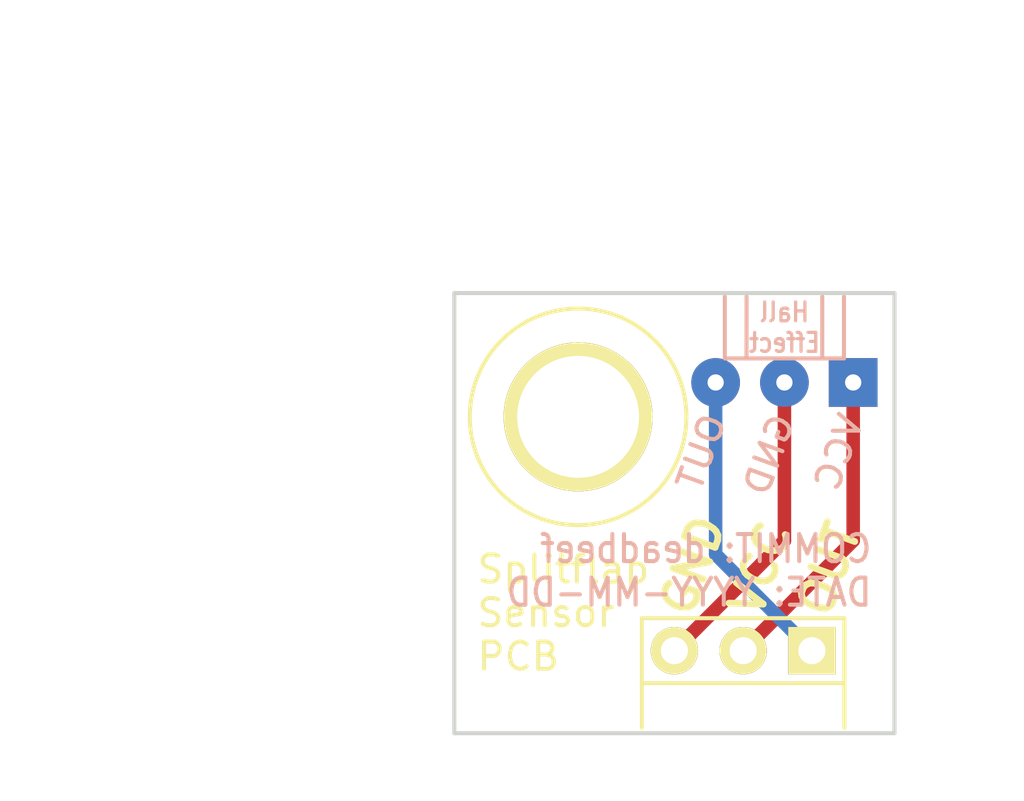
<source format=kicad_pcb>
(kicad_pcb (version 20171130) (host pcbnew 5.1.10-88a1d61d58~90~ubuntu20.04.1)

  (general
    (thickness 1.6)
    (drawings 21)
    (tracks 6)
    (zones 0)
    (modules 3)
    (nets 4)
  )

  (page User 150.012 140.005)
  (title_block
    (title "Splitflap sensor board")
    (company "Scott Bezek")
    (comment 1 https://github.com/scottbez1/splitflap)
  )

  (layers
    (0 F.Cu signal)
    (31 B.Cu signal)
    (32 B.Adhes user)
    (33 F.Adhes user)
    (34 B.Paste user)
    (35 F.Paste user)
    (36 B.SilkS user)
    (37 F.SilkS user)
    (38 B.Mask user)
    (39 F.Mask user)
    (40 Dwgs.User user)
    (41 Cmts.User user)
    (42 Eco1.User user)
    (43 Eco2.User user)
    (44 Edge.Cuts user)
    (45 Margin user)
    (46 B.CrtYd user)
    (47 F.CrtYd user)
    (48 B.Fab user)
    (49 F.Fab user)
  )

  (setup
    (last_trace_width 0.25)
    (user_trace_width 0.25)
    (trace_clearance 0.2)
    (zone_clearance 0.508)
    (zone_45_only yes)
    (trace_min 0.2)
    (via_size 0.6)
    (via_drill 0.4)
    (via_min_size 0.4)
    (via_min_drill 0.3)
    (uvia_size 0.3)
    (uvia_drill 0.1)
    (uvias_allowed no)
    (uvia_min_size 0.2)
    (uvia_min_drill 0.1)
    (edge_width 0.15)
    (segment_width 0.2)
    (pcb_text_width 0.3)
    (pcb_text_size 1.5 1.5)
    (mod_edge_width 0.15)
    (mod_text_size 1 1)
    (mod_text_width 0.15)
    (pad_size 5.5 5.5)
    (pad_drill 4.5)
    (pad_to_mask_clearance 0.2)
    (aux_axis_origin 0 0)
    (grid_origin 20 20)
    (visible_elements 7FFFFFFF)
    (pcbplotparams
      (layerselection 0x010f0_80000001)
      (usegerberextensions false)
      (usegerberattributes true)
      (usegerberadvancedattributes true)
      (creategerberjobfile true)
      (excludeedgelayer false)
      (linewidth 0.100000)
      (plotframeref true)
      (viasonmask false)
      (mode 1)
      (useauxorigin false)
      (hpglpennumber 1)
      (hpglpenspeed 20)
      (hpglpendiameter 15.000000)
      (psnegative false)
      (psa4output false)
      (plotreference true)
      (plotvalue true)
      (plotinvisibletext false)
      (padsonsilk false)
      (subtractmaskfromsilk false)
      (outputformat 4)
      (mirror false)
      (drillshape 1)
      (scaleselection 1)
      (outputdirectory "build/"))
  )

  (net 0 "")
  (net 1 "Net-(P100-Pad1)")
  (net 2 "Net-(P100-Pad2)")
  (net 3 "Net-(P100-Pad3)")

  (net_class Default "This is the default net class."
    (clearance 0.2)
    (trace_width 0.25)
    (via_dia 0.6)
    (via_drill 0.4)
    (uvia_dia 0.3)
    (uvia_drill 0.1)
    (add_net "Net-(P100-Pad1)")
    (add_net "Net-(P100-Pad2)")
    (add_net "Net-(P100-Pad3)")
  )

  (net_class 5V ""
    (clearance 0.24)
    (trace_width 0.35)
    (via_dia 0.6)
    (via_drill 0.4)
    (uvia_dia 0.3)
    (uvia_drill 0.1)
  )

  (net_class MOTOR_POWER ""
    (clearance 0.3)
    (trace_width 0.5)
    (via_dia 0.6)
    (via_drill 0.4)
    (uvia_dia 0.3)
    (uvia_drill 0.1)
  )

  (net_class VMOT ""
    (clearance 0.3)
    (trace_width 1)
    (via_dia 0.6)
    (via_drill 0.4)
    (uvia_dia 0.3)
    (uvia_drill 0.1)
  )

  (module hall_effect:hall_effect_wide (layer B.Cu) (tedit 617A28E9) (tstamp 617A7E0D)
    (at 32.192 23.302 180)
    (path /5B63B9BC)
    (fp_text reference U100 (at 5.08 1.27) (layer B.SilkS) hide
      (effects (font (size 1 1) (thickness 0.15)) (justify mirror))
    )
    (fp_text value AH3391Q (at 0 2.54) (layer B.Fab) hide
      (effects (font (size 1 1) (thickness 0.15)) (justify mirror))
    )
    (fp_line (start 1.397 3.175) (end 1.4 0.889) (layer B.SilkS) (width 0.15))
    (fp_line (start -1.397 3.175) (end -1.397 0.889) (layer B.SilkS) (width 0.15))
    (fp_line (start 2.2 0.889) (end 2.2 3.175) (layer B.SilkS) (width 0.15))
    (fp_line (start -2.2 0.889) (end -2.2 3.175) (layer B.SilkS) (width 0.15))
    (fp_line (start -2.2 0.889) (end 2.2 0.889) (layer B.SilkS) (width 0.15))
    (pad 3 thru_hole circle (at 2.54 0 180) (size 1.8 1.8) (drill 0.6) (layers *.Cu *.Mask)
      (net 1 "Net-(P100-Pad1)"))
    (pad 2 thru_hole circle (at 0 0 180) (size 1.8 1.8) (drill 0.6) (layers *.Cu *.Mask)
      (net 3 "Net-(P100-Pad3)"))
    (pad 1 thru_hole rect (at -2.54 0 180) (size 1.8 1.8) (drill 0.6) (layers *.Cu *.Mask)
      (net 2 "Net-(P100-Pad2)"))
  )

  (module MountingHoles:M4_mount (layer F.Cu) (tedit 5B676D1C) (tstamp 5B63E58D)
    (at 24.572 24.572)
    (path /6052ED0C)
    (fp_text reference H1 (at 0 1.7) (layer F.SilkS) hide
      (effects (font (size 1 1) (thickness 0.15)))
    )
    (fp_text value MountingHole_Pad (at 0 -1.5) (layer F.Fab) hide
      (effects (font (size 1 1) (thickness 0.15)))
    )
    (fp_circle (center 0 0) (end 4 0) (layer F.SilkS) (width 0.15))
    (pad 1 thru_hole circle (at 0 0) (size 5.5 5.5) (drill 4.5) (layers *.Cu *.Mask F.SilkS)
      (clearance 1.5))
  )

  (module PinHeaders:Pin_Header_Straight_1x03 (layer F.Cu) (tedit 5B8F01C4) (tstamp 5B63BF29)
    (at 33.208 33.208 270)
    (descr "Through hole pin header")
    (tags "pin header")
    (path /56499725)
    (fp_text reference P100 (at -2.032 0) (layer F.SilkS) hide
      (effects (font (size 1 1) (thickness 0.15)))
    )
    (fp_text value SENSOR (at -2.032 4.318) (layer F.Fab) hide
      (effects (font (size 1 1) (thickness 0.15)))
    )
    (fp_line (start -1.2 -1.2) (end 1.2 -1.2) (layer F.SilkS) (width 0.15))
    (fp_line (start 1.2 -1.2) (end 1.2 6.28) (layer F.SilkS) (width 0.15))
    (fp_line (start -1.2 -1.2) (end -1.2 6.28) (layer F.SilkS) (width 0.15))
    (fp_line (start -1.2 6.28) (end 1.2 6.28) (layer F.SilkS) (width 0.15))
    (pad 1 thru_hole rect (at 0 0 270) (size 1.75 1.75) (drill 1) (layers *.Cu *.Mask F.SilkS)
      (net 1 "Net-(P100-Pad1)"))
    (pad 2 thru_hole circle (at 0 2.54 270) (size 1.75 1.75) (drill 1) (layers *.Cu *.Mask F.SilkS)
      (net 2 "Net-(P100-Pad2)"))
    (pad 3 thru_hole circle (at 0 5.08 270) (size 1.75 1.75) (drill 1) (layers *.Cu *.Mask F.SilkS)
      (net 3 "Net-(P100-Pad3)"))
    (model Pin_Headers.3dshapes/Pin_Header_Straight_1x03.wrl
      (offset (xyz 0 -2.539999961853027 0))
      (scale (xyz 1 1 1))
      (rotate (xyz 0 0 90))
    )
  )

  (gr_line (start 34.408 34.408) (end 34.408 36.059) (layer F.SilkS) (width 0.15))
  (gr_line (start 26.928 34.408) (end 26.928 36.059) (layer F.SilkS) (width 0.15))
  (gr_text "Hall\nEffect" (at 32.192 21.27) (layer B.SilkS) (tstamp 617A827E)
    (effects (font (size 0.7 0.6) (thickness 0.12)) (justify mirror))
  )
  (dimension 1.27 (width 0.3) (layer Cmts.User)
    (gr_text "1.270 mm" (at 40.828 24.064 90) (layer Cmts.User)
      (effects (font (size 1.5 1.5) (thickness 0.3)))
    )
    (feature1 (pts (xy 24.572 23.302) (xy 39.718 23.302)))
    (feature2 (pts (xy 24.572 24.572) (xy 39.718 24.572)))
    (crossbar (pts (xy 37.018 24.572) (xy 37.018 23.302)))
    (arrow1a (pts (xy 37.018 23.302) (xy 37.604421 24.428504)))
    (arrow1b (pts (xy 37.018 23.302) (xy 36.431579 24.428504)))
    (arrow2a (pts (xy 37.018 24.572) (xy 37.604421 23.445496)))
    (arrow2b (pts (xy 37.018 24.572) (xy 36.431579 23.445496)))
  )
  (gr_line (start 20 36.256) (end 20 20) (angle 90) (layer Edge.Cuts) (width 0.15))
  (gr_text VCC (at 34.732 24.445 70) (layer B.SilkS)
    (effects (font (size 0.9 1) (thickness 0.15)) (justify left mirror))
  )
  (gr_text GND (at 32.192 24.445 70) (layer B.SilkS)
    (effects (font (size 0.9 1) (thickness 0.15)) (justify left mirror))
  )
  (gr_text OUT (at 29.652 24.445 70) (layer B.SilkS)
    (effects (font (size 0.9 1) (thickness 0.15)) (justify left mirror))
  )
  (dimension 10.16 (width 0.3) (layer Cmts.User) (tstamp 617A7FE0)
    (gr_text "10.160 mm" (at 29.652 16.376) (layer Cmts.User) (tstamp 617A8340)
      (effects (font (size 1.5 1.5) (thickness 0.3)))
    )
    (feature1 (pts (xy 34.732 24.572) (xy 34.732 17.889579)))
    (feature2 (pts (xy 24.572 24.572) (xy 24.572 17.889579)))
    (crossbar (pts (xy 24.572 18.476) (xy 34.732 18.476)))
    (arrow1a (pts (xy 34.732 18.476) (xy 33.605496 19.062421)))
    (arrow1b (pts (xy 34.732 18.476) (xy 33.605496 17.889579)))
    (arrow2a (pts (xy 24.572 18.476) (xy 25.698504 19.062421)))
    (arrow2b (pts (xy 24.572 18.476) (xy 25.698504 17.889579)))
  )
  (gr_text "COMMIT: deadbeef\nDATE: YYYY-MM-DD" (at 35.494 30.25) (layer B.SilkS)
    (effects (font (size 1 0.9) (thickness 0.15)) (justify left mirror))
  )
  (dimension 8.636 (width 0.3) (layer Cmts.User)
    (gr_text "8.636 mm" (at 16.364 28.89 90) (layer Cmts.User)
      (effects (font (size 1.5 1.5) (thickness 0.3)))
    )
    (feature1 (pts (xy 24.572 24.572) (xy 15.014 24.572)))
    (feature2 (pts (xy 24.572 33.208) (xy 15.014 33.208)))
    (crossbar (pts (xy 17.714 33.208) (xy 17.714 24.572)))
    (arrow1a (pts (xy 17.714 24.572) (xy 18.300421 25.698504)))
    (arrow1b (pts (xy 17.714 24.572) (xy 17.127579 25.698504)))
    (arrow2a (pts (xy 17.714 33.208) (xy 18.300421 32.081496)))
    (arrow2b (pts (xy 17.714 33.208) (xy 17.127579 32.081496)))
  )
  (dimension 4.572 (width 0.3) (layer Cmts.User)
    (gr_text "4.572 mm" (at 7.3 22.286 90) (layer Cmts.User)
      (effects (font (size 1.5 1.5) (thickness 0.3)))
    )
    (feature1 (pts (xy 24.572 20) (xy 8.156 20)))
    (feature2 (pts (xy 24.572 24.572) (xy 8.156 24.572)))
    (crossbar (pts (xy 10.856 24.572) (xy 10.856 20)))
    (arrow1a (pts (xy 10.856 20) (xy 11.442421 21.126504)))
    (arrow1b (pts (xy 10.856 20) (xy 10.269579 21.126504)))
    (arrow2a (pts (xy 10.856 24.572) (xy 11.442421 23.445496)))
    (arrow2b (pts (xy 10.856 24.572) (xy 10.269579 23.445496)))
  )
  (dimension 4.572 (width 0.3) (layer Cmts.User)
    (gr_text "4.572 mm" (at 22.286 8.57) (layer Cmts.User)
      (effects (font (size 1.5 1.5) (thickness 0.3)))
    )
    (feature1 (pts (xy 20 24.572) (xy 20 9.68)))
    (feature2 (pts (xy 24.572 24.572) (xy 24.572 9.68)))
    (crossbar (pts (xy 24.572 12.38) (xy 20 12.38)))
    (arrow1a (pts (xy 20 12.38) (xy 21.126504 11.793579)))
    (arrow1b (pts (xy 20 12.38) (xy 21.126504 12.966421)))
    (arrow2a (pts (xy 24.572 12.38) (xy 23.445496 11.793579)))
    (arrow2b (pts (xy 24.572 12.38) (xy 23.445496 12.966421)))
  )
  (dimension 8.636 (width 0.3) (layer Cmts.User)
    (gr_text "8.636 mm" (at 28.89 41.844) (layer Cmts.User)
      (effects (font (size 1.5 1.5) (thickness 0.3)))
    )
    (feature1 (pts (xy 33.208 33.208) (xy 33.208 40.734)))
    (feature2 (pts (xy 24.572 33.208) (xy 24.572 40.734)))
    (crossbar (pts (xy 24.572 38.034) (xy 33.208 38.034)))
    (arrow1a (pts (xy 33.208 38.034) (xy 32.081496 38.620421)))
    (arrow1b (pts (xy 33.208 38.034) (xy 32.081496 37.447579)))
    (arrow2a (pts (xy 24.572 38.034) (xy 25.698504 38.620421)))
    (arrow2b (pts (xy 24.572 38.034) (xy 25.698504 37.447579)))
  )
  (gr_line (start 20 20) (end 36.256 20) (angle 90) (layer Edge.Cuts) (width 0.15))
  (gr_text "Splitflap\nSensor\nPCB" (at 20.762 31.811) (layer F.SilkS)
    (effects (font (size 1 1) (thickness 0.15)) (justify left))
  )
  (gr_text OUT (at 33.208 31.938 70) (layer F.SilkS)
    (effects (font (size 1.2 1.2) (thickness 0.25)) (justify left))
  )
  (gr_text VCC (at 30.668 31.938 70) (layer F.SilkS)
    (effects (font (size 1.2 1.2) (thickness 0.25)) (justify left))
  )
  (gr_text GND (at 28.128 31.938 70) (layer F.SilkS)
    (effects (font (size 1.2 1.2) (thickness 0.25)) (justify left))
  )
  (gr_line (start 36.256 20) (end 36.256 36.256) (angle 90) (layer Edge.Cuts) (width 0.15))
  (gr_line (start 20 36.256) (end 36.256 36.256) (angle 90) (layer Edge.Cuts) (width 0.15))

  (segment (start 29.652 29.652) (end 29.652 23.302) (width 0.5) (layer B.Cu) (net 1))
  (segment (start 33.208 33.208) (end 29.652 29.652) (width 0.5) (layer B.Cu) (net 1))
  (segment (start 34.732 29.144) (end 30.668 33.208) (width 0.5) (layer F.Cu) (net 2))
  (segment (start 34.732 23.302) (end 34.732 29.144) (width 0.5) (layer F.Cu) (net 2))
  (segment (start 32.192 29.144) (end 28.128 33.208) (width 0.5) (layer F.Cu) (net 3))
  (segment (start 32.192 23.302) (end 32.192 29.144) (width 0.5) (layer F.Cu) (net 3))

)

</source>
